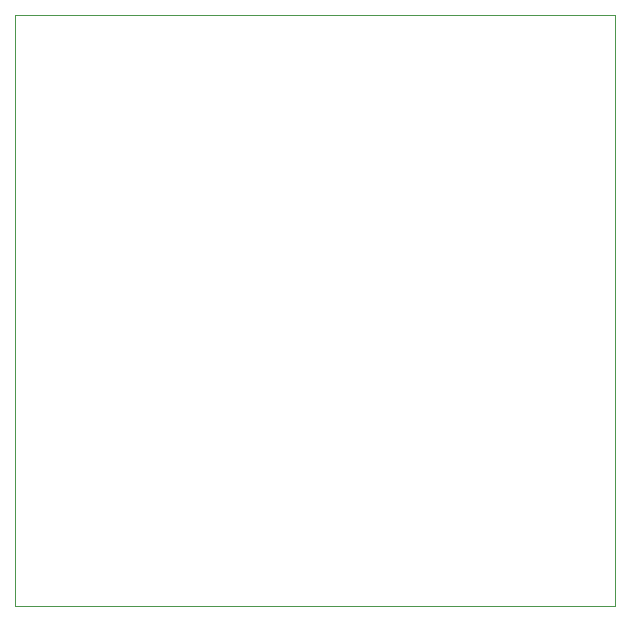
<source format=gm1>
G04 #@! TF.GenerationSoftware,KiCad,Pcbnew,(5.1.5)-3*
G04 #@! TF.CreationDate,2020-02-19T13:12:14+05:30*
G04 #@! TF.ProjectId,task_1,7461736b-5f31-42e6-9b69-6361645f7063,rev?*
G04 #@! TF.SameCoordinates,Original*
G04 #@! TF.FileFunction,Profile,NP*
%FSLAX46Y46*%
G04 Gerber Fmt 4.6, Leading zero omitted, Abs format (unit mm)*
G04 Created by KiCad (PCBNEW (5.1.5)-3) date 2020-02-19 13:12:14*
%MOMM*%
%LPD*%
G04 APERTURE LIST*
%ADD10C,0.050000*%
G04 APERTURE END LIST*
D10*
X215392000Y-109982000D02*
X164592000Y-109982000D01*
X215392000Y-59944000D02*
X215392000Y-109982000D01*
X164592000Y-59944000D02*
X215392000Y-59944000D01*
X164592000Y-109982000D02*
X164592000Y-59944000D01*
M02*

</source>
